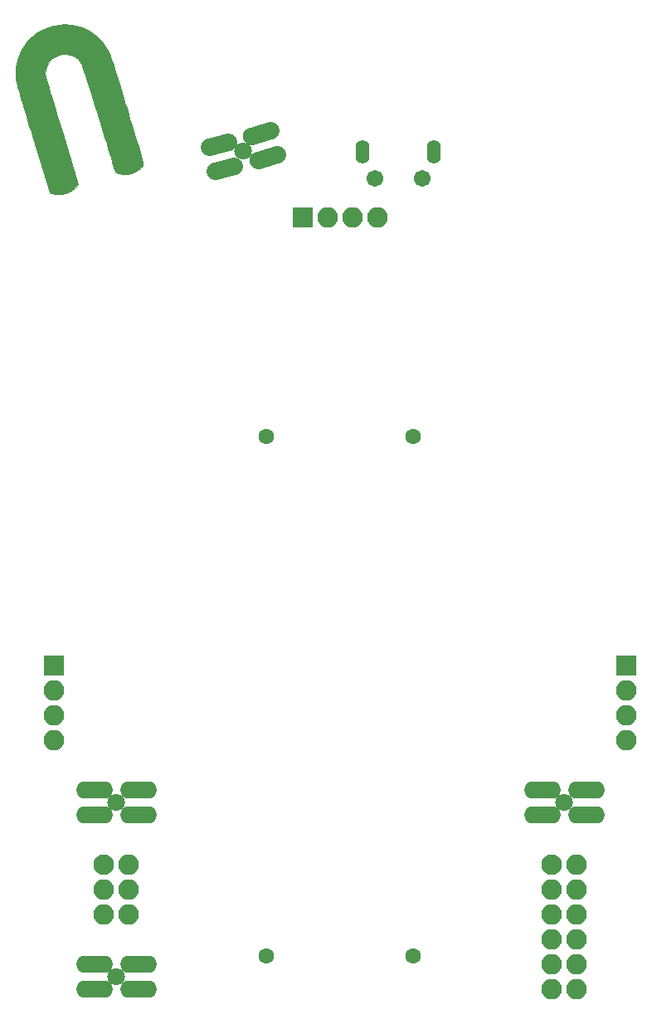
<source format=gbs>
G04 #@! TF.GenerationSoftware,KiCad,Pcbnew,(5.0.0-rc2-dev-222-g3b0a758)*
G04 #@! TF.CreationDate,2018-07-05T12:59:24+02:00*
G04 #@! TF.ProjectId,bornhack_scale_it,626F726E6861636B5F7363616C655F69,rev?*
G04 #@! TF.SameCoordinates,PX2faf080PY1c9c380*
G04 #@! TF.FileFunction,Soldermask,Bot*
G04 #@! TF.FilePolarity,Negative*
%FSLAX46Y46*%
G04 Gerber Fmt 4.6, Leading zero omitted, Abs format (unit mm)*
G04 Created by KiCad (PCBNEW (5.0.0-rc2-dev-222-g3b0a758)) date Thursday, 05 July 2018 at 12:59:24*
%MOMM*%
%LPD*%
G01*
G04 APERTURE LIST*
%ADD10C,0.010000*%
%ADD11C,1.600000*%
%ADD12O,2.100000X2.100000*%
%ADD13R,2.100000X2.100000*%
%ADD14C,2.100000*%
%ADD15O,1.416000X2.432000*%
%ADD16C,1.705560*%
%ADD17C,1.802000*%
%ADD18C,1.750000*%
%ADD19C,1.750000*%
%ADD20O,3.750000X1.750000*%
%ADD21O,1.750000X1.750000*%
G04 APERTURE END LIST*
D10*
G36*
X7560821Y-26516993D02*
X8172487Y-26634888D01*
X8761026Y-26825721D01*
X9319468Y-27084864D01*
X9840840Y-27407686D01*
X10318171Y-27789560D01*
X10744492Y-28225854D01*
X11112829Y-28711941D01*
X11416212Y-29243191D01*
X11548272Y-29541446D01*
X11576207Y-29620516D01*
X11627376Y-29775480D01*
X11700196Y-30001282D01*
X11793085Y-30292868D01*
X11904462Y-30645183D01*
X12032744Y-31053172D01*
X12176351Y-31511780D01*
X12333699Y-32015952D01*
X12503208Y-32560634D01*
X12683295Y-33140770D01*
X12872379Y-33751305D01*
X13068877Y-34387185D01*
X13271208Y-35043355D01*
X13345873Y-35285851D01*
X13586419Y-36066618D01*
X13803565Y-36770468D01*
X13998278Y-37401573D01*
X14171522Y-37964100D01*
X14324265Y-38462219D01*
X14457473Y-38900099D01*
X14572112Y-39281910D01*
X14669148Y-39611820D01*
X14749547Y-39894000D01*
X14814276Y-40132616D01*
X14864301Y-40331841D01*
X14900588Y-40495841D01*
X14924103Y-40628787D01*
X14935813Y-40734847D01*
X14936683Y-40818191D01*
X14927680Y-40882988D01*
X14909771Y-40933408D01*
X14883920Y-40973618D01*
X14851096Y-41007789D01*
X14812262Y-41040090D01*
X14768387Y-41074690D01*
X14720436Y-41115758D01*
X14701204Y-41134067D01*
X14420039Y-41356847D01*
X14082237Y-41535687D01*
X13706020Y-41666208D01*
X13309610Y-41744027D01*
X12911228Y-41764762D01*
X12529096Y-41724032D01*
X12387783Y-41690367D01*
X12245863Y-41645072D01*
X12163880Y-41599117D01*
X12118567Y-41536182D01*
X12101120Y-41489284D01*
X12083692Y-41433177D01*
X12042867Y-41301035D01*
X11980147Y-41097742D01*
X11897040Y-40828185D01*
X11795048Y-40497250D01*
X11675679Y-40109820D01*
X11540435Y-39670783D01*
X11390823Y-39185024D01*
X11228348Y-38657429D01*
X11054513Y-38092882D01*
X10870825Y-37496271D01*
X10678789Y-36872479D01*
X10479908Y-36226394D01*
X10423766Y-36044000D01*
X10222338Y-35390754D01*
X10026344Y-34757393D01*
X9837360Y-34148902D01*
X9656964Y-33570266D01*
X9486733Y-33026471D01*
X9328245Y-32522504D01*
X9183077Y-32063348D01*
X9052807Y-31653991D01*
X8939012Y-31299417D01*
X8843270Y-31004613D01*
X8767158Y-30774564D01*
X8712253Y-30614255D01*
X8680133Y-30528673D01*
X8675828Y-30519500D01*
X8509522Y-30272473D01*
X8286193Y-30033291D01*
X8031771Y-29826740D01*
X7816831Y-29698461D01*
X7446229Y-29559094D01*
X7072788Y-29497389D01*
X6704795Y-29507780D01*
X6350537Y-29584697D01*
X6018299Y-29722572D01*
X5716369Y-29915837D01*
X5453031Y-30158923D01*
X5236573Y-30446262D01*
X5075281Y-30772287D01*
X4977441Y-31131428D01*
X4951338Y-31518117D01*
X4957134Y-31620166D01*
X4967013Y-31685318D01*
X4989526Y-31788285D01*
X5025637Y-31932317D01*
X5076307Y-32120661D01*
X5142501Y-32356565D01*
X5225179Y-32643279D01*
X5325306Y-32984048D01*
X5443844Y-33382123D01*
X5581755Y-33840751D01*
X5740003Y-34363180D01*
X5919550Y-34952659D01*
X6121358Y-35612435D01*
X6346391Y-36345757D01*
X6595611Y-37155872D01*
X6655458Y-37350169D01*
X8329471Y-42783839D01*
X8244821Y-42902719D01*
X8012904Y-43160933D01*
X7717211Y-43384603D01*
X7373740Y-43567544D01*
X6998490Y-43703571D01*
X6607460Y-43786500D01*
X6216650Y-43810145D01*
X5953698Y-43788398D01*
X5791656Y-43757769D01*
X5641027Y-43718679D01*
X5576879Y-43696494D01*
X5438528Y-43640041D01*
X3750645Y-38159270D01*
X3545856Y-37493180D01*
X3347263Y-36845071D01*
X3156385Y-36220004D01*
X2974739Y-35623040D01*
X2803844Y-35059237D01*
X2645215Y-34533655D01*
X2500373Y-34051354D01*
X2370833Y-33617395D01*
X2258115Y-33236837D01*
X2163735Y-32914739D01*
X2089211Y-32656162D01*
X2036062Y-32466166D01*
X2005804Y-32349809D01*
X2000215Y-32323704D01*
X1973839Y-32127381D01*
X1952958Y-31883072D01*
X1940260Y-31627414D01*
X1937667Y-31471131D01*
X1978043Y-30832192D01*
X2095884Y-30217656D01*
X2286254Y-29632456D01*
X2544220Y-29081525D01*
X2864849Y-28569795D01*
X3243206Y-28102200D01*
X3674357Y-27683672D01*
X4153368Y-27319146D01*
X4675307Y-27013553D01*
X5235238Y-26771827D01*
X5828228Y-26598900D01*
X6449342Y-26499707D01*
X6933000Y-26476666D01*
X7560821Y-26516993D01*
X7560821Y-26516993D01*
G37*
X7560821Y-26516993D02*
X8172487Y-26634888D01*
X8761026Y-26825721D01*
X9319468Y-27084864D01*
X9840840Y-27407686D01*
X10318171Y-27789560D01*
X10744492Y-28225854D01*
X11112829Y-28711941D01*
X11416212Y-29243191D01*
X11548272Y-29541446D01*
X11576207Y-29620516D01*
X11627376Y-29775480D01*
X11700196Y-30001282D01*
X11793085Y-30292868D01*
X11904462Y-30645183D01*
X12032744Y-31053172D01*
X12176351Y-31511780D01*
X12333699Y-32015952D01*
X12503208Y-32560634D01*
X12683295Y-33140770D01*
X12872379Y-33751305D01*
X13068877Y-34387185D01*
X13271208Y-35043355D01*
X13345873Y-35285851D01*
X13586419Y-36066618D01*
X13803565Y-36770468D01*
X13998278Y-37401573D01*
X14171522Y-37964100D01*
X14324265Y-38462219D01*
X14457473Y-38900099D01*
X14572112Y-39281910D01*
X14669148Y-39611820D01*
X14749547Y-39894000D01*
X14814276Y-40132616D01*
X14864301Y-40331841D01*
X14900588Y-40495841D01*
X14924103Y-40628787D01*
X14935813Y-40734847D01*
X14936683Y-40818191D01*
X14927680Y-40882988D01*
X14909771Y-40933408D01*
X14883920Y-40973618D01*
X14851096Y-41007789D01*
X14812262Y-41040090D01*
X14768387Y-41074690D01*
X14720436Y-41115758D01*
X14701204Y-41134067D01*
X14420039Y-41356847D01*
X14082237Y-41535687D01*
X13706020Y-41666208D01*
X13309610Y-41744027D01*
X12911228Y-41764762D01*
X12529096Y-41724032D01*
X12387783Y-41690367D01*
X12245863Y-41645072D01*
X12163880Y-41599117D01*
X12118567Y-41536182D01*
X12101120Y-41489284D01*
X12083692Y-41433177D01*
X12042867Y-41301035D01*
X11980147Y-41097742D01*
X11897040Y-40828185D01*
X11795048Y-40497250D01*
X11675679Y-40109820D01*
X11540435Y-39670783D01*
X11390823Y-39185024D01*
X11228348Y-38657429D01*
X11054513Y-38092882D01*
X10870825Y-37496271D01*
X10678789Y-36872479D01*
X10479908Y-36226394D01*
X10423766Y-36044000D01*
X10222338Y-35390754D01*
X10026344Y-34757393D01*
X9837360Y-34148902D01*
X9656964Y-33570266D01*
X9486733Y-33026471D01*
X9328245Y-32522504D01*
X9183077Y-32063348D01*
X9052807Y-31653991D01*
X8939012Y-31299417D01*
X8843270Y-31004613D01*
X8767158Y-30774564D01*
X8712253Y-30614255D01*
X8680133Y-30528673D01*
X8675828Y-30519500D01*
X8509522Y-30272473D01*
X8286193Y-30033291D01*
X8031771Y-29826740D01*
X7816831Y-29698461D01*
X7446229Y-29559094D01*
X7072788Y-29497389D01*
X6704795Y-29507780D01*
X6350537Y-29584697D01*
X6018299Y-29722572D01*
X5716369Y-29915837D01*
X5453031Y-30158923D01*
X5236573Y-30446262D01*
X5075281Y-30772287D01*
X4977441Y-31131428D01*
X4951338Y-31518117D01*
X4957134Y-31620166D01*
X4967013Y-31685318D01*
X4989526Y-31788285D01*
X5025637Y-31932317D01*
X5076307Y-32120661D01*
X5142501Y-32356565D01*
X5225179Y-32643279D01*
X5325306Y-32984048D01*
X5443844Y-33382123D01*
X5581755Y-33840751D01*
X5740003Y-34363180D01*
X5919550Y-34952659D01*
X6121358Y-35612435D01*
X6346391Y-36345757D01*
X6595611Y-37155872D01*
X6655458Y-37350169D01*
X8329471Y-42783839D01*
X8244821Y-42902719D01*
X8012904Y-43160933D01*
X7717211Y-43384603D01*
X7373740Y-43567544D01*
X6998490Y-43703571D01*
X6607460Y-43786500D01*
X6216650Y-43810145D01*
X5953698Y-43788398D01*
X5791656Y-43757769D01*
X5641027Y-43718679D01*
X5576879Y-43696494D01*
X5438528Y-43640041D01*
X3750645Y-38159270D01*
X3545856Y-37493180D01*
X3347263Y-36845071D01*
X3156385Y-36220004D01*
X2974739Y-35623040D01*
X2803844Y-35059237D01*
X2645215Y-34533655D01*
X2500373Y-34051354D01*
X2370833Y-33617395D01*
X2258115Y-33236837D01*
X2163735Y-32914739D01*
X2089211Y-32656162D01*
X2036062Y-32466166D01*
X2005804Y-32349809D01*
X2000215Y-32323704D01*
X1973839Y-32127381D01*
X1952958Y-31883072D01*
X1940260Y-31627414D01*
X1937667Y-31471131D01*
X1978043Y-30832192D01*
X2095884Y-30217656D01*
X2286254Y-29632456D01*
X2544220Y-29081525D01*
X2864849Y-28569795D01*
X3243206Y-28102200D01*
X3674357Y-27683672D01*
X4153368Y-27319146D01*
X4675307Y-27013553D01*
X5235238Y-26771827D01*
X5828228Y-26598900D01*
X6449342Y-26499707D01*
X6933000Y-26476666D01*
X7560821Y-26516993D01*
D11*
X27500000Y-68500000D03*
X27500000Y-121500000D03*
X42500000Y-121500000D03*
X42500000Y-68500000D03*
D12*
X38870000Y-46200000D03*
X36330000Y-46200000D03*
X33790000Y-46200000D03*
D13*
X31250000Y-46200000D03*
X5880000Y-91920000D03*
D12*
X5880000Y-94460000D03*
X5880000Y-97000000D03*
X5880000Y-99540000D03*
X64300000Y-99540000D03*
X64300000Y-97000000D03*
X64300000Y-94460000D03*
D13*
X64300000Y-91920000D03*
D12*
X59220000Y-124940000D03*
X56680000Y-124940000D03*
X59220000Y-122400000D03*
X56680000Y-122400000D03*
X59220000Y-119860000D03*
X56680000Y-119860000D03*
X59220000Y-117320000D03*
X56680000Y-117320000D03*
X59220000Y-114780000D03*
X56680000Y-114780000D03*
X59220000Y-112240000D03*
D14*
X56680000Y-112240000D03*
D12*
X13500000Y-117320000D03*
X10960000Y-117320000D03*
X13500000Y-114780000D03*
X10960000Y-114780000D03*
X13500000Y-112240000D03*
D14*
X10960000Y-112240000D03*
D15*
X44624580Y-39500000D03*
X37375420Y-39500000D03*
D16*
X43423160Y-42227960D03*
X38576840Y-42227960D03*
D17*
X25144574Y-39401975D03*
D18*
X27665926Y-40041181D03*
D19*
X26700000Y-40300000D02*
X28631852Y-39782362D01*
D18*
X27008526Y-37587730D03*
D19*
X26042600Y-37846549D02*
X27974452Y-37328911D01*
D18*
X23280622Y-41216220D03*
D19*
X22314696Y-41475039D02*
X24246548Y-40957401D01*
D18*
X22623222Y-38762768D03*
D19*
X21657296Y-39021587D02*
X23589148Y-38503949D01*
D18*
X26700000Y-40300000D03*
D19*
X26700000Y-40300000D02*
X26700000Y-40300000D01*
D18*
X24246548Y-40957401D03*
D19*
X24246548Y-40957401D02*
X24246548Y-40957401D01*
D18*
X26042600Y-37846549D03*
D19*
X26042600Y-37846549D02*
X26042600Y-37846549D01*
D18*
X23589148Y-38503949D03*
D17*
X12230000Y-105890000D03*
D20*
X14500000Y-107160000D03*
X14500000Y-104620000D03*
X9960000Y-107160000D03*
X9960000Y-104620000D03*
D21*
X13500000Y-107160000D03*
X10960000Y-107160000D03*
X13500000Y-104620000D03*
D18*
X10960000Y-104620000D03*
X56680000Y-104620000D03*
D21*
X59220000Y-104620000D03*
X56680000Y-107160000D03*
X59220000Y-107160000D03*
D20*
X55680000Y-104620000D03*
X55680000Y-107160000D03*
X60220000Y-104620000D03*
X60220000Y-107160000D03*
D17*
X57950000Y-105890000D03*
D18*
X10960000Y-122400000D03*
D21*
X13500000Y-122400000D03*
X10960000Y-124940000D03*
X13500000Y-124940000D03*
D20*
X9960000Y-122400000D03*
X9960000Y-124940000D03*
X14500000Y-122400000D03*
X14500000Y-124940000D03*
D17*
X12230000Y-123670000D03*
M02*

</source>
